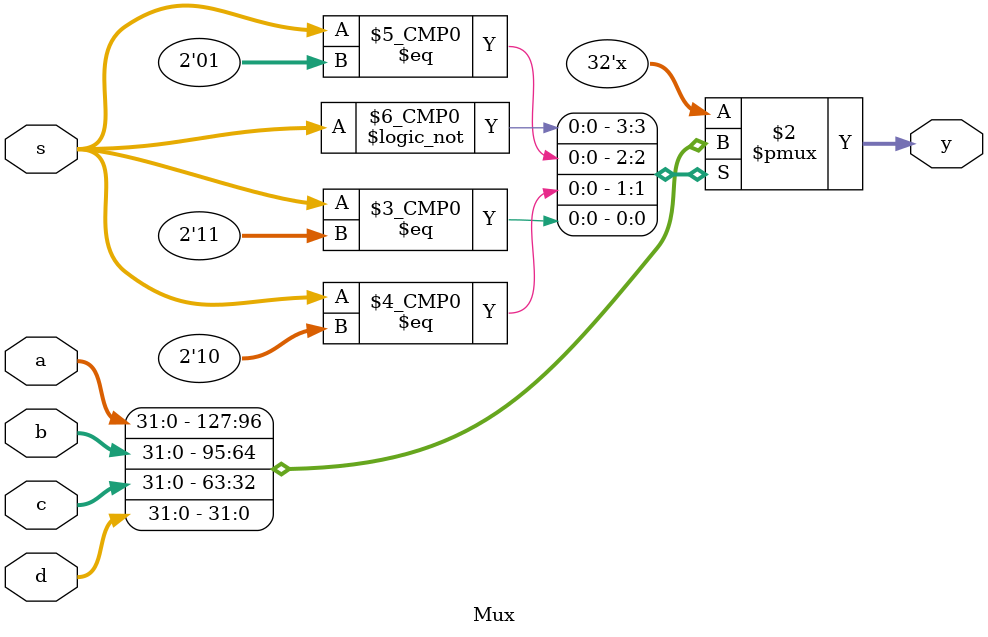
<source format=v>
`timescale 1ns / 1ps
module Mux(a, b, c, d, s, y);
   input [31:0] a, b, c, d;
   output reg [31:0] y;
   input [1:0] s;

   always @(*) begin
       case(s)
          2'b00: y = a;
          2'b01: y = b;
          2'b10: y = c;
          2'b11: y = d;
          default: y = 32'b0;  // optional default case
       endcase
   end
endmodule


</source>
